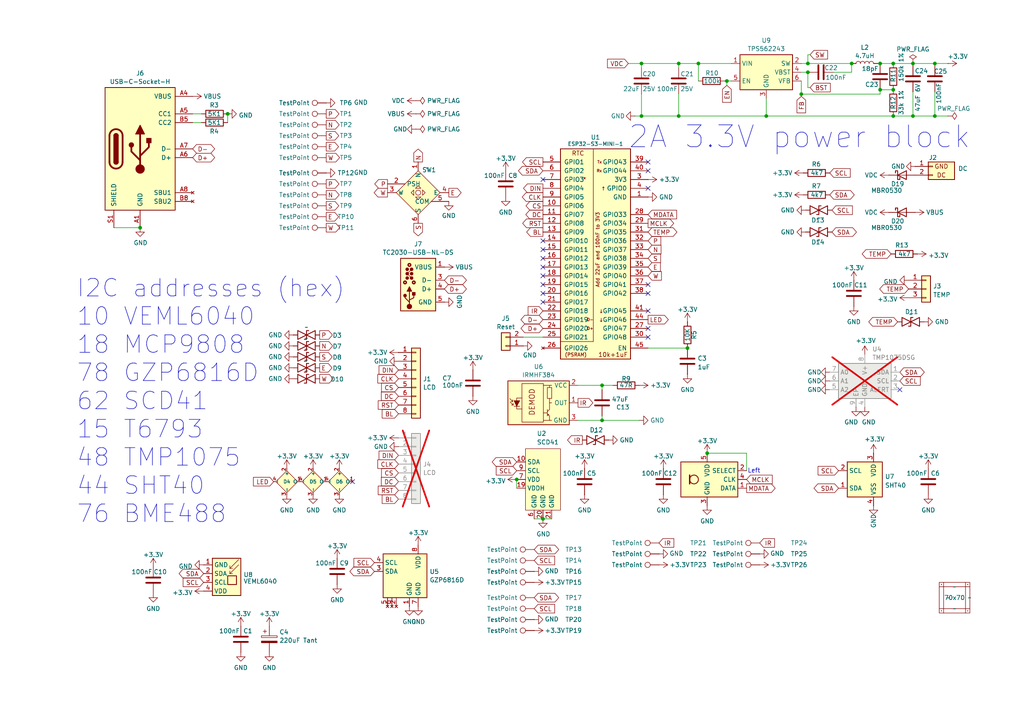
<source format=kicad_sch>
(kicad_sch (version 20250114) (generator "eeschema") (generator_version "9.0")
  (paper "A4")
  (title_block (title "Remote") (company "Adrian Kennard / Andrews & Arnold Ltd") (comment 1 "@TheRealRevK") (comment 2 "www.me.uk"))
  (text "2A 3.3V power block" (at 231.902 39.878 0) (effects (font (size 6.35 6.35))))
  (text "I2C addresses (hex)\n10 VEML6040\n18 MCP9808\n78 GZP6816D\n62 SCD41\n15 T6793\n48 TMP1075\n44 SHT40\n76 BME488" (at 22.098 80.772 0) (effects (font (size 5.08 5.08)) (justify left top)))
  (text "Left" (at 218.694 136.652 0) (effects (font (size 1.27 1.27))))
  (junction (at 271.145 33.655))
  (junction (at 210.82 23.495))
  (junction (at 271.145 18.415))
  (junction (at 196.85 18.415))
  (junction (at 205.105 131.445))
  (junction (at 149.86 139.065))
  (junction (at 234.315 18.415))
  (junction (at 232.41 27.305))
  (junction (at 40.64 66.04))
  (junction (at 247.015 18.415))
  (junction (at 196.85 33.655))
  (junction (at 264.795 33.655))
  (junction (at 259.08 33.655))
  (junction (at 259.08 26.035))
  (junction (at 186.055 18.415))
  (junction (at 234.315 20.955))
  (junction (at 259.08 18.415))
  (junction (at 157.48 150.495))
  (junction (at 222.25 33.655))
  (junction (at 174.625 111.76))
  (junction (at 264.795 18.415))
  (junction (at 186.055 33.655))
  (junction (at 174.625 121.92))
  (junction (at 66.04 33.02))
  (junction (at 202.565 18.415))
  (junction (at 255.27 18.415))
  (junction (at 199.39 100.965))
  (junction (at 255.27 26.035))
  (no_connect (at 187.96 97.79))
  (no_connect (at 187.96 90.17))
  (no_connect (at 157.48 85.09))
  (no_connect (at 157.48 82.55))
  (no_connect (at 157.48 74.93))
  (no_connect (at 157.48 87.63))
  (no_connect (at 187.96 46.99))
  (no_connect (at 187.96 49.53))
  (no_connect (at 157.48 80.01))
  (no_connect (at 187.96 54.61))
  (no_connect (at 157.48 52.07))
  (no_connect (at 260.985 113.03))
  (no_connect (at 187.96 85.09))
  (no_connect (at 157.48 69.85))
  (no_connect (at 187.96 82.55))
  (no_connect (at 102.235 139.7))
  (no_connect (at 187.96 95.25))
  (no_connect (at 157.48 72.39))
  (no_connect (at 157.48 77.47))
  (wire (pts (xy 255.27 18.415) (xy 259.08 18.415)))
  (wire (pts (xy 186.055 18.415) (xy 186.055 19.685)))
  (wire (pts (xy 55.88 33.02) (xy 58.42 33.02)))
  (wire (pts (xy 210.185 23.495) (xy 210.82 23.495)))
  (wire (pts (xy 254.635 18.415) (xy 255.27 18.415)))
  (wire (pts (xy 167.64 111.76) (xy 174.625 111.76)))
  (wire (pts (xy 66.04 33.02) (xy 66.04 35.56)))
  (wire (pts (xy 232.41 23.495) (xy 232.41 27.305)))
  (wire (pts (xy 202.565 18.415) (xy 212.09 18.415)))
  (wire (pts (xy 232.41 27.305) (xy 232.41 27.94)))
  (wire (pts (xy 271.145 19.05) (xy 271.145 18.415)))
  (wire (pts (xy 216.535 136.525) (xy 216.535 131.445)))
  (wire (pts (xy 222.25 33.655) (xy 196.85 33.655)))
  (wire (pts (xy 174.625 111.76) (xy 177.8 111.76)))
  (wire (pts (xy 196.85 18.415) (xy 196.85 19.685)))
  (wire (pts (xy 196.85 33.655) (xy 186.055 33.655)))
  (wire (pts (xy 184.15 33.655) (xy 186.055 33.655)))
  (wire (pts (xy 187.96 100.965) (xy 199.39 100.965)))
  (wire (pts (xy 264.795 33.655) (xy 264.795 26.67)))
  (wire (pts (xy 247.015 20.955) (xy 241.935 20.955)))
  (wire (pts (xy 151.765 97.79) (xy 157.48 97.79)))
  (wire (pts (xy 255.27 26.035) (xy 259.08 26.035)))
  (wire (pts (xy 182.245 18.415) (xy 186.055 18.415)))
  (wire (pts (xy 222.25 33.655) (xy 259.08 33.655)))
  (wire (pts (xy 33.02 66.04) (xy 40.64 66.04)))
  (wire (pts (xy 234.315 18.415) (xy 247.015 18.415)))
  (wire (pts (xy 167.64 121.92) (xy 174.625 121.92)))
  (wire (pts (xy 196.85 27.305) (xy 196.85 33.655)))
  (wire (pts (xy 149.86 139.065) (xy 149.86 141.605)))
  (wire (pts (xy 222.25 33.655) (xy 222.25 28.575)))
  (wire (pts (xy 174.625 121.92) (xy 185.42 121.92)))
  (wire (pts (xy 274.955 33.655) (xy 271.145 33.655)))
  (wire (pts (xy 216.535 131.445) (xy 205.105 131.445)))
  (wire (pts (xy 55.88 35.56) (xy 58.42 35.56)))
  (wire (pts (xy 264.795 18.415) (xy 264.795 19.05)))
  (wire (pts (xy 202.565 18.415) (xy 202.565 23.495)))
  (wire (pts (xy 234.315 20.955) (xy 234.315 25.4)))
  (wire (pts (xy 271.145 26.67) (xy 271.145 33.655)))
  (wire (pts (xy 174.625 120.65) (xy 174.625 121.92)))
  (wire (pts (xy 264.795 18.415) (xy 271.145 18.415)))
  (wire (pts (xy 234.315 25.4) (xy 234.95 25.4)))
  (wire (pts (xy 186.055 18.415) (xy 196.85 18.415)))
  (wire (pts (xy 259.08 18.415) (xy 264.795 18.415)))
  (wire (pts (xy 210.82 23.495) (xy 212.09 23.495)))
  (wire (pts (xy 234.95 15.875) (xy 234.315 15.875)))
  (wire (pts (xy 232.41 27.305) (xy 255.27 27.305)))
  (wire (pts (xy 157.48 150.495) (xy 160.02 150.495)))
  (wire (pts (xy 247.015 18.415) (xy 247.015 20.955)))
  (wire (pts (xy 232.41 20.955) (xy 234.315 20.955)))
  (wire (pts (xy 271.145 33.655) (xy 264.795 33.655)))
  (wire (pts (xy 186.055 33.655) (xy 186.055 27.305)))
  (wire (pts (xy 234.315 15.875) (xy 234.315 18.415)))
  (wire (pts (xy 232.41 18.415) (xy 234.315 18.415)))
  (wire (pts (xy 210.82 24.765) (xy 210.82 23.495)))
  (wire (pts (xy 255.27 27.305) (xy 255.27 26.035)))
  (wire (pts (xy 259.08 33.655) (xy 264.795 33.655)))
  (wire (pts (xy 196.85 18.415) (xy 202.565 18.415)))
  (wire (pts (xy 174.625 111.76) (xy 174.625 113.03)))
  (wire (pts (xy 271.145 18.415) (xy 274.955 18.415)))
  (wire (pts (xy 154.94 150.495) (xy 157.48 150.495)))
  (global_label "S" (shape output) (at 92.71 103.505 0) (property "Intersheetrefs" "${INTERSHEET_REFS}" (effects (hide yes))))
  (global_label "P" (shape output) (at 112.395 53.34 180) (property "Intersheetrefs" "${INTERSHEET_REFS}" (effects (hide yes))))
  (global_label "SCL" (shape input) (at 154.94 176.53 0) (property "Intersheetrefs" "${INTERSHEET_REFS}" (effects (hide yes))))
  (global_label "TEMP" (shape bidirectional) (at 263.525 83.82 180) (property "Intersheetrefs" "${INTERSHEET_REFS}" (effects (hide yes))))
  (global_label "RST" (shape output) (at 157.48 64.77 180) (property "Intersheetrefs" "${INTERSHEET_REFS}" (effects (hide yes))))
  (global_label "FB" (shape input) (at 232.41 27.94 270) (property "Intersheetrefs" "${INTERSHEET_REFS}" (effects (hide yes))))
  (global_label "SCL" (shape output) (at 157.48 46.99 180) (property "Intersheetrefs" "${INTERSHEET_REFS}" (effects (hide yes))))
  (global_label "SCL" (shape input) (at 108.585 163.195 180) (property "Intersheetrefs" "${INTERSHEET_REFS}" (effects (hide yes))))
  (global_label "E" (shape output) (at 92.71 106.68 0) (property "Intersheetrefs" "${INTERSHEET_REFS}" (effects (hide yes))))
  (global_label "BL" (shape output) (at 157.48 67.31 180) (property "Intersheetrefs" "${INTERSHEET_REFS}" (effects (hide yes))))
  (global_label "MCLK" (shape input) (at 216.535 139.065 0) (property "Intersheetrefs" "${INTERSHEET_REFS}" (effects (hide yes))))
  (global_label "BL" (shape input) (at 115.57 120.015 180) (property "Intersheetrefs" "${INTERSHEET_REFS}" (effects (hide yes))))
  (global_label "TEMP" (shape bidirectional) (at 187.96 67.31 0) (property "Intersheetrefs" "${INTERSHEET_REFS}" (effects (hide yes))))
  (global_label "DIN" (shape output) (at 157.48 54.61 180) (property "Intersheetrefs" "${INTERSHEET_REFS}" (effects (hide yes))))
  (global_label "MCLK" (shape output) (at 187.96 64.77 0) (property "Intersheetrefs" "${INTERSHEET_REFS}" (effects (hide yes))))
  (global_label "CS" (shape input) (at 115.57 112.395 180) (property "Intersheetrefs" "${INTERSHEET_REFS}" (effects (hide yes))))
  (global_label "LED" (shape output) (at 187.96 92.71 0) (property "Intersheetrefs" "${INTERSHEET_REFS}" (effects (hide yes))))
  (global_label "D-" (shape bidirectional) (at 55.88 43.18 0) (property "Intersheetrefs" "${INTERSHEET_REFS}" (effects (hide yes))))
  (global_label "E" (shape input) (at 187.96 77.47 0) (property "Intersheetrefs" "${INTERSHEET_REFS}" (effects (hide yes))))
  (global_label "E" (shape output) (at 130.175 55.88 0) (property "Intersheetrefs" "${INTERSHEET_REFS}" (effects (hide yes))))
  (global_label "S" (shape output) (at 94.615 59.69 0) (property "Intersheetrefs" "${INTERSHEET_REFS}" (effects (hide yes))))
  (global_label "D+" (shape bidirectional) (at 157.48 95.25 180) (property "Intersheetrefs" "${INTERSHEET_REFS}" (effects (hide yes))))
  (global_label "D+" (shape bidirectional) (at 128.905 83.82 0) (property "Intersheetrefs" "${INTERSHEET_REFS}" (effects (hide yes))))
  (global_label "IR" (shape output) (at 168.91 127.635 180) (property "Intersheetrefs" "${INTERSHEET_REFS}" (effects (hide yes))))
  (global_label "IR" (shape input) (at 191.135 157.48 0) (property "Intersheetrefs" "${INTERSHEET_REFS}" (effects (hide yes))))
  (global_label "E" (shape output) (at 94.615 62.865 0) (property "Intersheetrefs" "${INTERSHEET_REFS}" (effects (hide yes))))
  (global_label "IR" (shape input) (at 220.345 157.48 0) (property "Intersheetrefs" "${INTERSHEET_REFS}" (effects (hide yes))))
  (global_label "S" (shape input) (at 187.96 74.93 0) (property "Intersheetrefs" "${INTERSHEET_REFS}" (effects (hide yes))))
  (global_label "N" (shape output) (at 94.615 56.515 0) (property "Intersheetrefs" "${INTERSHEET_REFS}" (effects (hide yes))))
  (global_label "P" (shape output) (at 94.615 33.02 0) (property "Intersheetrefs" "${INTERSHEET_REFS}" (effects (hide yes))))
  (global_label "W" (shape output) (at 92.71 109.855 0) (property "Intersheetrefs" "${INTERSHEET_REFS}" (effects (hide yes))))
  (global_label "S" (shape output) (at 94.615 39.37 0) (property "Intersheetrefs" "${INTERSHEET_REFS}" (effects (hide yes))))
  (global_label "DC" (shape output) (at 157.48 62.23 180) (property "Intersheetrefs" "${INTERSHEET_REFS}" (effects (hide yes))))
  (global_label "CS" (shape input) (at 115.57 137.16 180) (property "Intersheetrefs" "${INTERSHEET_REFS}" (effects (hide yes))))
  (global_label "SDA" (shape bidirectional) (at 59.055 166.37 180) (property "Intersheetrefs" "${INTERSHEET_REFS}" (effects (hide yes))))
  (global_label "SDA" (shape bidirectional) (at 240.665 56.515 0) (property "Intersheetrefs" "${INTERSHEET_REFS}" (effects (hide yes))))
  (global_label "N" (shape output) (at 121.285 46.99 90) (property "Intersheetrefs" "${INTERSHEET_REFS}" (effects (hide yes))))
  (global_label "LED" (shape input) (at 79.375 139.7 180) (property "Intersheetrefs" "${INTERSHEET_REFS}" (effects (hide yes))))
  (global_label "IR" (shape input) (at 157.48 90.17 180) (property "Intersheetrefs" "${INTERSHEET_REFS}" (effects (hide yes))))
  (global_label "SCL" (shape input) (at 260.985 110.49 0) (property "Intersheetrefs" "${INTERSHEET_REFS}" (effects (hide yes))))
  (global_label "DIN" (shape input) (at 115.57 107.315 180) (property "Intersheetrefs" "${INTERSHEET_REFS}" (effects (hide yes))))
  (global_label "P" (shape input) (at 187.96 69.85 0) (property "Intersheetrefs" "${INTERSHEET_REFS}" (effects (hide yes))))
  (global_label "W" (shape output) (at 112.395 55.88 180) (property "Intersheetrefs" "${INTERSHEET_REFS}" (effects (hide yes))))
  (global_label "SDA" (shape bidirectional) (at 260.985 107.95 0) (property "Intersheetrefs" "${INTERSHEET_REFS}" (effects (hide yes))))
  (global_label "SCL" (shape input) (at 240.665 50.165 0) (property "Intersheetrefs" "${INTERSHEET_REFS}" (effects (hide yes))))
  (global_label "MDATA" (shape input) (at 187.96 62.23 0) (property "Intersheetrefs" "${INTERSHEET_REFS}" (effects (hide yes))))
  (global_label "DC" (shape input) (at 115.57 114.935 180) (property "Intersheetrefs" "${INTERSHEET_REFS}" (effects (hide yes))))
  (global_label "S" (shape output) (at 121.285 64.77 270) (property "Intersheetrefs" "${INTERSHEET_REFS}" (effects (hide yes))))
  (global_label "E" (shape output) (at 94.615 42.545 0) (property "Intersheetrefs" "${INTERSHEET_REFS}" (effects (hide yes))))
  (global_label "RST" (shape input) (at 115.57 142.24 180) (property "Intersheetrefs" "${INTERSHEET_REFS}" (effects (hide yes))))
  (global_label "SCL" (shape input) (at 149.86 136.525 180) (property "Intersheetrefs" "${INTERSHEET_REFS}" (effects (hide yes))))
  (global_label "SCL" (shape input) (at 59.055 168.91 180) (property "Intersheetrefs" "${INTERSHEET_REFS}" (effects (hide yes))))
  (global_label "VDC" (shape input) (at 182.245 18.415 180) (property "Intersheetrefs" "${INTERSHEET_REFS}" (effects (hide yes))))
  (global_label "CLK" (shape input) (at 115.57 134.62 180) (property "Intersheetrefs" "${INTERSHEET_REFS}" (effects (hide yes))))
  (global_label "W" (shape input) (at 187.96 80.01 0) (property "Intersheetrefs" "${INTERSHEET_REFS}" (effects (hide yes))))
  (global_label "TEMP" (shape bidirectional) (at 260.35 93.345 180) (property "Intersheetrefs" "${INTERSHEET_REFS}" (effects (hide yes))))
  (global_label "EN" (shape input) (at 210.82 24.765 270) (property "Intersheetrefs" "${INTERSHEET_REFS}" (effects (hide yes))))
  (global_label "RST" (shape input) (at 115.57 117.475 180) (property "Intersheetrefs" "${INTERSHEET_REFS}" (effects (hide yes))))
  (global_label "DC" (shape input) (at 115.57 139.7 180) (property "Intersheetrefs" "${INTERSHEET_REFS}" (effects (hide yes))))
  (global_label "SCL" (shape input) (at 243.205 136.525 180) (property "Intersheetrefs" "${INTERSHEET_REFS}" (effects (hide yes))))
  (global_label "SDA" (shape bidirectional) (at 154.94 159.385 0) (property "Intersheetrefs" "${INTERSHEET_REFS}" (effects (hide yes))))
  (global_label "N" (shape output) (at 92.71 100.33 0) (property "Intersheetrefs" "${INTERSHEET_REFS}" (effects (hide yes))))
  (global_label "P" (shape output) (at 94.615 53.34 0) (property "Intersheetrefs" "${INTERSHEET_REFS}" (effects (hide yes))))
  (global_label "SDA" (shape bidirectional) (at 108.585 165.735 180) (property "Intersheetrefs" "${INTERSHEET_REFS}" (effects (hide yes))))
  (global_label "SCL" (shape input) (at 154.94 162.56 0) (property "Intersheetrefs" "${INTERSHEET_REFS}" (effects (hide yes))))
  (global_label "N" (shape input) (at 187.96 72.39 0) (property "Intersheetrefs" "${INTERSHEET_REFS}" (effects (hide yes))))
  (global_label "SDA" (shape bidirectional) (at 243.205 141.605 180) (property "Intersheetrefs" "${INTERSHEET_REFS}" (effects (hide yes))))
  (global_label "SW" (shape input) (at 234.95 15.875 0) (property "Intersheetrefs" "${INTERSHEET_REFS}" (effects (hide yes))))
  (global_label "D-" (shape bidirectional) (at 128.905 81.28 0) (property "Intersheetrefs" "${INTERSHEET_REFS}" (effects (hide yes))))
  (global_label "D-" (shape bidirectional) (at 157.48 92.71 180) (property "Intersheetrefs" "${INTERSHEET_REFS}" (effects (hide yes))))
  (global_label "IR" (shape output) (at 167.64 116.84 0) (property "Intersheetrefs" "${INTERSHEET_REFS}" (effects (hide yes))))
  (global_label "TEMP" (shape bidirectional) (at 258.445 73.66 180) (property "Intersheetrefs" "${INTERSHEET_REFS}" (effects (hide yes))))
  (global_label "BST" (shape input) (at 234.95 25.4 0) (property "Intersheetrefs" "${INTERSHEET_REFS}" (effects (hide yes))))
  (global_label "W" (shape output) (at 94.615 45.72 0) (property "Intersheetrefs" "${INTERSHEET_REFS}" (effects (hide yes))))
  (global_label "MDATA" (shape output) (at 216.535 141.605 0) (property "Intersheetrefs" "${INTERSHEET_REFS}" (effects (hide yes))))
  (global_label "SDA" (shape bidirectional) (at 154.94 173.355 0) (property "Intersheetrefs" "${INTERSHEET_REFS}" (effects (hide yes))))
  (global_label "CS" (shape output) (at 157.48 59.69 180) (property "Intersheetrefs" "${INTERSHEET_REFS}" (effects (hide yes))))
  (global_label "BL" (shape input) (at 115.57 144.78 180) (property "Intersheetrefs" "${INTERSHEET_REFS}" (effects (hide yes))))
  (global_label "SDA" (shape bidirectional) (at 157.48 49.53 180) (property "Intersheetrefs" "${INTERSHEET_REFS}" (effects (hide yes))))
  (global_label "DIN" (shape input) (at 115.57 132.08 180) (property "Intersheetrefs" "${INTERSHEET_REFS}" (effects (hide yes))))
  (global_label "CLK" (shape output) (at 157.48 57.15 180) (property "Intersheetrefs" "${INTERSHEET_REFS}" (effects (hide yes))))
  (global_label "SDA" (shape bidirectional) (at 241.3 67.31 0) (property "Intersheetrefs" "${INTERSHEET_REFS}" (effects (hide yes))))
  (global_label "N" (shape output) (at 94.615 36.195 0) (property "Intersheetrefs" "${INTERSHEET_REFS}" (effects (hide yes))))
  (global_label "P" (shape output) (at 92.71 97.155 0) (property "Intersheetrefs" "${INTERSHEET_REFS}" (effects (hide yes))))
  (global_label "W" (shape output) (at 94.615 66.04 0) (property "Intersheetrefs" "${INTERSHEET_REFS}" (effects (hide yes))))
  (global_label "SDA" (shape bidirectional) (at 149.86 133.985 180) (property "Intersheetrefs" "${INTERSHEET_REFS}" (effects (hide yes))))
  (global_label "D+" (shape bidirectional) (at 55.88 45.72 0) (property "Intersheetrefs" "${INTERSHEET_REFS}" (effects (hide yes))))
  (global_label "SCL" (shape input) (at 241.3 60.96 0) (property "Intersheetrefs" "${INTERSHEET_REFS}" (effects (hide yes))))
  (global_label "CLK" (shape input) (at 115.57 109.855 180) (property "Intersheetrefs" "${INTERSHEET_REFS}" (effects (hide yes))))
  (symbol (lib_id "power:GND") (at 40.64 66.04 0) (unit 1)
    (property "Reference" "#PWR03" (effects (hide yes)))
    (property "Value" "GND" (at 40.767 70.4342 0))
    (property "Description" "Power symbol creates a global label with name \"GND\" , ground" (effects (hide yes)))
  )
  (symbol (lib_id "power:GND") (at 157.48 150.495 0) (unit 1)
    (property "Reference" "#PWR07" (effects (hide yes)))
    (property "Value" "GND" (at 157.607 154.8892 0))
    (property "Description" "Power symbol creates a global label with name \"GND\" , ground" (effects (hide yes)))
  )
  (symbol (lib_id "Device:R") (at 62.23 35.56 90) (unit 1)
    (property "Reference" "R4" (at 63.5 38.1 90) (effects (justify left)))
    (property "Value" "5K1" (at 64.135 35.56 90) (effects (justify left)))
    (property "Footprint" "RevK:R_0201" (effects (hide yes)))
    (property "Description" "Resistor" (effects (hide yes)))
  )
  (symbol (lib_id "Device:R") (at 62.23 33.02 90) (unit 1)
    (property "Reference" "R3" (at 63.5 30.48 90) (effects (justify left)))
    (property "Value" "5K1" (at 64.135 33.02 90) (effects (justify left)))
    (property "Footprint" "RevK:R_0201" (effects (hide yes)))
    (property "Description" "Resistor" (effects (hide yes)))
  )
  (symbol (lib_id "power:+3.3V") (at 83.185 135.89 0) (unit 1)
    (property "Reference" "#PWR018" (effects (hide yes)))
    (property "Value" "+3.3V" (at 83.185 132.3142 0))
    (property "Description" "Power symbol creates a global label with name \"+3.3V\"" (effects (hide yes)))
  )
  (symbol (lib_id "power:+3.3V") (at 78.105 181.61 0) (unit 1)
    (property "Reference" "#PWR025" (effects (hide yes)))
    (property "Value" "+3.3V" (at 78.105 178.0342 0))
    (property "Description" "Power symbol creates a global label with name \"+3.3V\"" (effects (hide yes)))
  )
  (symbol (lib_id "RevK:PowerIn") (at 270.51 48.26 0) (unit 1)
    (property "Reference" "J2" (at 271.78 45.72 0) (effects (justify right)))
    (property "Value" "DC" (at 280.67 48.895 0) (effects (justify right)))
    (property "Footprint" "RevK:WAGO-2060-452-998-404" (effects (hide yes)))
    (property "MPN" "C2765055" (effects (hide yes)))
  )
  (symbol (lib_id "Connector:TestPoint") (at 154.94 162.56 90) (unit 1) (in_bom no)
    (property "Reference" "TP14" (at 166.37 162.56 90))
    (property "Value" "TestPoint" (at 145.669 162.56 90))
    (property "Footprint" "RevK:TestPad" (effects (hide yes)))
    (property "Description" "test point" (effects (hide yes)))
  )
  (symbol (lib_id "power:+3.3V") (at 59.055 171.45 90) (unit 1)
    (property "Reference" "#PWR0104" (effects (hide yes)))
    (property "Value" "+3.3V" (at 55.88 171.8838 90) (effects (justify left)))
    (property "Description" "Power symbol creates a global label with name \"+3.3V\"" (effects (hide yes)))
  )
  (symbol (lib_id "power:+3.3V") (at 253.365 131.445 0) (unit 1)
    (property "Reference" "#PWR0121" (effects (hide yes)))
    (property "Value" "+3.3V" (at 250.698 127.381 0) (effects (justify left)))
    (property "Description" "Power symbol creates a global label with name \"+3.3V\"" (effects (hide yes)))
  )
  (symbol (lib_id "power:+3.3V") (at 98.425 135.89 0) (unit 1)
    (property "Reference" "#PWR033" (effects (hide yes)))
    (property "Value" "+3.3V" (at 98.425 132.3142 0))
    (property "Description" "Power symbol creates a global label with name \"+3.3V\"" (effects (hide yes)))
  )
  (symbol (lib_id "RevK:VCUT") (at 273.685 173.355 90) (unit 1) (exclude_from_sim yes) (in_bom no)
    (property "Reference" "V3" (effects (hide yes)))
    (property "Value" "~" (at 274.32 173.355 90) (effects (justify right)))
    (property "Footprint" "RevK:VCUT70" (effects (hide yes)))
  )
  (symbol (lib_id "power:+3.3V") (at 233.045 56.515 90) (unit 1)
    (property "Reference" "#PWR037" (effects (hide yes)))
    (property "Value" "+3.3V" (at 229.87 56.515 90) (effects (justify left)))
    (property "Description" "Power symbol creates a global label with name \"+3.3V\"" (effects (hide yes)))
  )
  (symbol (lib_id "power:GND") (at 248.285 118.11 0) (unit 1)
    (property "Reference" "#PWR0119" (effects (hide yes)))
    (property "Value" "GND" (at 246.888 122.428 0))
    (property "Description" "Power symbol creates a global label with name \"GND\" , ground" (effects (hide yes)))
  )
  (symbol (lib_id "power:PWR_FLAG") (at 120.65 37.465 270) (unit 1)
    (property "Reference" "#FLG02" (effects (hide yes)))
    (property "Value" "PWR_FLAG" (at 123.825 37.465 90) (effects (justify left)))
    (property "Description" "Special symbol for telling ERC where power comes from" (effects (hide yes)))
  )
  (symbol (lib_id "RevK:ES05D1MC10") (at 88.9 109.855 0) (unit 1)
    (property "Reference" "D10" (at 97.79 109.982 0))
    (property "Value" "~" (at 88.9 107.6079 0))
    (property "Footprint" "RevK:DFN1006-2L" (effects (hide yes)))
    (property "MPN" "C5137770" (effects (hide yes)))
  )
  (symbol (lib_id "Diode:1N5819") (at 261.62 50.8 0) (unit 1)
    (property "Reference" "D19" (at 260.35 53.34 0))
    (property "Value" "MBR0530" (at 257.175 55.245 0))
    (property "Footprint" "RevK:D_SOD-123" (effects (hide yes)))
    (property "MPN" "C5204746" (effects (hide yes)))
  )
  (symbol (lib_id "Connector:TestPoint") (at 220.345 163.83 90) (unit 1) (in_bom no)
    (property "Reference" "TP26" (at 231.775 163.83 90))
    (property "Value" "TestPoint" (at 211.074 163.83 90))
    (property "Footprint" "RevK:TestPad" (effects (hide yes)))
    (property "Description" "test point" (effects (hide yes)))
  )
  (symbol (lib_id "power:VDC") (at 257.81 50.8 90) (unit 1)
    (property "Reference" "#PWR04" (effects (hide yes)))
    (property "Value" "VDC" (at 254.635 50.8 90) (effects (justify left)))
    (property "Description" "Power symbol creates a global label with name \"VDC\"" (effects (hide yes)))
  )
  (symbol (lib_id "Device:R") (at 236.855 50.165 90) (unit 1)
    (property "Reference" "R6" (at 238.125 47.625 90) (effects (justify left)))
    (property "Value" "4k7" (at 238.76 50.165 90) (effects (justify left)))
    (property "Footprint" "RevK:R_0201" (effects (hide yes)))
    (property "Description" "Resistor" (effects (hide yes)))
  )
  (symbol (lib_id "power:GND") (at 253.365 146.685 0) (unit 1)
    (property "Reference" "#PWR0120" (effects (hide yes)))
    (property "Value" "GND" (at 253.365 151.1284 90))
    (property "Description" "Power symbol creates a global label with name \"GND\" , ground" (effects (hide yes)))
  )
  (symbol (lib_id "power:GND") (at 263.525 81.28 270) (unit 1)
    (property "Reference" "#PWR022" (effects (hide yes)))
    (property "Value" "GND" (at 260.3501 81.7138 90) (effects (justify right)))
    (property "Description" "Power symbol creates a global label with name \"GND\" , ground" (effects (hide yes)))
  )
  (symbol (lib_id "power:+3.3V") (at 247.65 81.28 0) (unit 1)
    (property "Reference" "#PWR048" (effects (hide yes)))
    (property "Value" "+3.3V" (at 247.65 77.7042 0))
    (property "Description" "Power symbol creates a global label with name \"+3.3V\"" (effects (hide yes)))
  )
  (symbol (lib_id "Device:C") (at 146.685 53.34 180) (unit 1)
    (property "Reference" "C8" (at 148.717 50.927 0))
    (property "Value" "100nF" (at 143.383 50.927 0))
    (property "Footprint" "RevK:C_0201" (effects (hide yes)))
    (property "Description" "Unpolarized capacitor" (effects (hide yes)))
    (property "MPN" "C76934" (effects (hide yes)))
  )
  (symbol (lib_id "power:+3.3V") (at 146.685 49.53 0) (unit 1)
    (property "Reference" "#PWR055" (effects (hide yes)))
    (property "Value" "+3.3V" (at 146.685 45.9542 0))
    (property "Description" "Power symbol creates a global label with name \"+3.3V\"" (effects (hide yes)))
  )
  (symbol (lib_id "power:VDC") (at 120.65 29.21 90) (unit 1)
    (property "Reference" "#PWR041" (effects (hide yes)))
    (property "Value" "VDC" (at 117.475 29.21 90) (effects (justify left)))
    (property "Description" "Power symbol creates a global label with name \"VDC\"" (effects (hide yes)))
  )
  (symbol (lib_id "power:GND") (at 233.68 67.31 270) (unit 1)
    (property "Reference" "#PWR083" (effects (hide yes)))
    (property "Value" "GND" (at 230.505 67.31 90) (effects (justify right)))
    (property "Description" "Power symbol creates a global label with name \"GND\" , ground" (effects (hide yes)))
  )
  (symbol (lib_id "Sensor_Temperature:TMP1075DSG") (at 250.825 110.49 0) (unit 1) (in_bom no) (on_board no) (dnp yes)
    (property "Reference" "U4" (at 252.9683 101.2655 0) (effects (justify left)))
    (property "Value" "TMP1075DSG" (at 252.9683 103.6898 0) (effects (justify left)))
    (property "Footprint" "RevK:WSON-8-1EP_2x2mm_P0.5mm_EP0.9x1.6mm_ThermalVias-Side" (effects (hide yes)))
    (property "Datasheet" "https://www.ti.com/lit/gpn/tmp1075" (effects (hide yes)))
    (property "Description" "I2C-bus digital temperature sensor and thermal watchdog, WSON-8" (effects (hide yes)))
    (property "MPN" "C2870250" (effects (hide yes)))
  )
  (symbol (lib_id "RevK:ES05D1MC10") (at 237.49 60.96 180) (unit 1)
    (property "Reference" "D13" (at 237.236 63.881 0))
    (property "Value" "~" (at 237.49 63.2071 0))
    (property "Footprint" "RevK:DFN1006-2L" (effects (hide yes)))
    (property "MPN" "C5137770" (effects (hide yes)))
  )
  (symbol (lib_id "power:GND") (at 247.65 88.9 0) (unit 1)
    (property "Reference" "#PWR049" (effects (hide yes)))
    (property "Value" "GND" (at 247.65 93.3434 0))
    (property "Description" "Power symbol creates a global label with name \"GND\" , ground" (effects (hide yes)))
  )
  (symbol (lib_id "power:+3.3V") (at 233.045 50.165 90) (unit 1)
    (property "Reference" "#PWR036" (effects (hide yes)))
    (property "Value" "+3.3V" (at 229.87 50.165 90) (effects (justify left)))
    (property "Description" "Power symbol creates a global label with name \"+3.3V\"" (effects (hide yes)))
  )
  (symbol (lib_id "power:GND") (at 240.665 110.49 270) (unit 1)
    (property "Reference" "#PWR0115" (effects (hide yes)))
    (property "Value" "GND" (at 236.2216 110.49 90))
    (property "Description" "Power symbol creates a global label with name \"GND\" , ground" (effects (hide yes)))
  )
  (symbol (lib_id "RevK:ES05D1MC10") (at 237.49 67.31 180) (unit 1)
    (property "Reference" "D14" (at 237.236 70.231 0))
    (property "Value" "~" (at 237.49 69.5571 0))
    (property "Footprint" "RevK:DFN1006-2L" (effects (hide yes)))
    (property "MPN" "C5137770" (effects (hide yes)))
  )
  (symbol (lib_id "RevK:WS2812B-1mm") (at 83.185 139.7 0) (mirror x) (unit 1)
    (property "Reference" "D4" (at 83.185 139.7 0) (effects (font (size 1 1))))
    (property "Value" "XL-1010RGBC-WS2812B" (effects (hide yes)))
    (property "Footprint" "RevK:SMD1010-Side2" (effects (hide yes)))
    (property "Datasheet" "https://datasheet.lcsc.com/lcsc/2301111010_XINGLIGHT-XL-1010RGBC-WS2812B_C5349953.pdf" (effects (hide yes)))
    (property "Description" "RGB LED with integrated controller" (effects (hide yes)))
    (property "MPN" "C5349953" (effects (hide yes)))
  )
  (symbol (lib_id "power:+3.3V") (at 149.86 139.065 90) (unit 1)
    (property "Reference" "#PWR05" (effects (hide yes)))
    (property "Value" "+3.3V" (at 146.685 139.4988 90) (effects (justify left)))
    (property "Description" "Power symbol creates a global label with name \"+3.3V\"" (effects (hide yes)))
  )
  (symbol (lib_id "Device:C") (at 97.79 165.735 180) (unit 1)
    (property "Reference" "C9" (at 99.822 163.322 0))
    (property "Value" "100nF" (at 94.488 163.322 0))
    (property "Footprint" "RevK:C_0201" (effects (hide yes)))
    (property "Description" "Unpolarized capacitor" (effects (hide yes)))
    (property "MPN" "C76934" (effects (hide yes)))
  )
  (symbol (lib_id "power:+3.3V") (at 137.16 107.315 0) (unit 1)
    (property "Reference" "#PWR044" (effects (hide yes)))
    (property "Value" "+3.3V" (at 137.16 103.7392 0))
    (property "Description" "Power symbol creates a global label with name \"+3.3V\"" (effects (hide yes)))
  )
  (symbol (lib_id "power:GND") (at 169.545 143.51 0) (unit 1)
    (property "Reference" "#PWR012" (effects (hide yes)))
    (property "Value" "GND" (at 169.545 147.9534 0))
    (property "Description" "Power symbol creates a global label with name \"GND\" , ground" (effects (hide yes)))
  )
  (symbol (lib_id "power:GND") (at 233.68 60.96 270) (unit 1)
    (property "Reference" "#PWR082" (effects (hide yes)))
    (property "Value" "GND" (at 230.505 60.96 90) (effects (justify right)))
    (property "Description" "Power symbol creates a global label with name \"GND\" , ground" (effects (hide yes)))
  )
  (symbol (lib_id "Connector_Generic:Conn_01x03") (at 268.605 83.82 0) (unit 1)
    (property "Reference" "J3" (at 270.637 82.9853 0) (effects (justify left)))
    (property "Value" "TEMP" (at 270.637 85.5222 0) (effects (justify left)))
    (property "Footprint" "RevK:WAGO-2060-453-998-404" (effects (hide yes)))
    (property "Description" "Generic connector, single row, 01x03, script generated (kicad-library-utils/schlib/autogen/connector/)" (effects (hide yes)))
    (property "MPN" "C2765056" (effects (hide yes)))
  )
  (symbol (lib_id "Device:L") (at 250.825 18.415 90) (unit 1)
    (property "Reference" "L2" (at 250.825 13.7652 90))
    (property "Value" "4.7uH" (at 250.825 16.1895 90))
    (property "Footprint" "RevK:L_5x5" (effects (hide yes)))
    (property "Description" "Inductor" (effects (hide yes)))
    (property "MPN" "C307876" (effects (hide yes)))
  )
  (symbol (lib_id "power:+3.3V") (at 97.79 161.925 0) (unit 1)
    (property "Reference" "#PWR02" (effects (hide yes)))
    (property "Value" "+3.3V" (at 97.79 158.3492 0))
    (property "Description" "Power symbol creates a global label with name \"+3.3V\"" (effects (hide yes)))
  )
  (symbol (lib_id "power:GND") (at 115.57 129.54 270) (unit 1)
    (property "Reference" "#PWR011" (effects (hide yes)))
    (property "Value" "GND" (at 110.49 129.54 90))
    (property "Description" "Power symbol creates a global label with name \"GND\" , ground" (effects (hide yes)))
  )
  (symbol (lib_id "Connector:TestPoint") (at 94.615 53.34 90) (unit 1) (in_bom no)
    (property "Reference" "TP7" (at 100.33 53.34 90))
    (property "Value" "TestPoint" (at 85.344 53.34 90))
    (property "Footprint" "RevK:TestPad" (effects (hide yes)))
    (property "Description" "test point" (effects (hide yes)))
  )
  (symbol (lib_id "RevK:VCUT") (at 276.86 176.53 0) (unit 1) (exclude_from_sim yes) (in_bom no)
    (property "Reference" "V2" (effects (hide yes)))
    (property "Value" "~" (at 276.86 176.53 0))
    (property "Footprint" "RevK:VCUT70" (effects (hide yes)))
  )
  (symbol (lib_id "power:GND") (at 115.57 104.775 270) (unit 1)
    (property "Reference" "#PWR030" (effects (hide yes)))
    (property "Value" "GND" (at 110.49 104.775 90))
    (property "Description" "Power symbol creates a global label with name \"GND\" , ground" (effects (hide yes)))
  )
  (symbol (lib_id "Device:R") (at 262.255 73.66 90) (unit 1)
    (property "Reference" "R13" (at 263.525 71.12 90) (effects (justify left)))
    (property "Value" "4k7" (at 264.16 73.66 90) (effects (justify left)))
    (property "Footprint" "RevK:R_0201" (effects (hide yes)))
    (property "Description" "Resistor" (effects (hide yes)))
  )
  (symbol (lib_id "Device:C") (at 264.795 22.86 0) (unit 1)
    (property "Reference" "C24" (at 265.303 20.574 0) (effects (justify left)))
    (property "Value" "47uF 6V" (at 266.192 32.385 90) (effects (justify left)))
    (property "Footprint" "RevK:C_0805" (effects (hide yes)))
    (property "Description" "Unpolarized capacitor" (effects (hide yes)))
    (property "MPN" "C16780" (effects (hide yes)))
  )
  (symbol (lib_id "RevK:WS2812B-1mm") (at 98.425 139.7 0) (mirror x) (unit 1)
    (property "Reference" "D6" (at 98.425 139.7 0) (effects (font (size 1 1))))
    (property "Value" "XL-1010RGBC-WS2812B" (effects (hide yes)))
    (property "Footprint" "RevK:SMD1010-Side2" (effects (hide yes)))
    (property "Datasheet" "https://datasheet.lcsc.com/lcsc/2301111010_XINGLIGHT-XL-1010RGBC-WS2812B_C5349953.pdf" (effects (hide yes)))
    (property "Description" "RGB LED with integrated controller" (effects (hide yes)))
    (property "MPN" "C5349953" (effects (hide yes)))
  )
  (symbol (lib_id "Device:C") (at 199.39 104.775 0) (unit 1)
    (property "Reference" "C3" (at 202.311 103.9403 0) (effects (justify left)))
    (property "Value" "1uF" (at 202.311 106.4772 0) (effects (justify left)))
    (property "Footprint" "RevK:C_0201" (effects (hide yes)))
    (property "Description" "Unpolarized capacitor" (effects (hide yes)))
  )
  (symbol (lib_id "power:GND") (at 187.96 57.15 90) (unit 1)
    (property "Reference" "#PWR015" (effects (hide yes)))
    (property "Value" "GND" (at 191.135 57.15 90) (effects (justify right)))
    (property "Description" "Power symbol creates a global label with name \"GND\" , ground" (effects (hide yes)))
  )
  (symbol (lib_id "power:+3.3V") (at 192.405 135.89 0) (unit 1)
    (property "Reference" "#PWR013" (effects (hide yes)))
    (property "Value" "+3.3V" (at 192.405 132.3142 0))
    (property "Description" "Power symbol creates a global label with name \"+3.3V\"" (effects (hide yes)))
  )
  (symbol (lib_id "power:GND") (at 98.425 143.51 0) (unit 1)
    (property "Reference" "#PWR057" (effects (hide yes)))
    (property "Value" "GND" (at 98.425 147.9534 0))
    (property "Description" "Power symbol creates a global label with name \"GND\" , ground" (effects (hide yes)))
  )
  (symbol (lib_id "power:+3.3V") (at 154.94 168.91 270) (unit 1)
    (property "Reference" "#PWR065" (effects (hide yes)))
    (property "Value" "+3.3V" (at 157.988 168.91 90) (effects (justify left)))
    (property "Description" "Power symbol creates a global label with name \"+3.3V\"" (effects (hide yes)))
  )
  (symbol (lib_id "power:GND") (at 146.685 57.15 0) (unit 1)
    (property "Reference" "#PWR056" (effects (hide yes)))
    (property "Value" "GND" (at 146.685 61.5934 0))
    (property "Description" "Power symbol creates a global label with name \"GND\" , ground" (effects (hide yes)))
  )
  (symbol (lib_id "power:GND") (at 151.765 100.33 90) (unit 1)
    (property "Reference" "#PWR020" (effects (hide yes)))
    (property "Value" "GND" (at 151.638 102.997 90) (effects (justify right)))
    (property "Description" "Power symbol creates a global label with name \"GND\" , ground" (effects (hide yes)))
  )
  (symbol (lib_id "power:VBUS") (at 120.65 33.02 90) (unit 1)
    (property "Reference" "#PWR040" (effects (hide yes)))
    (property "Value" "VBUS" (at 117.475 33.02 90) (effects (justify left)))
    (property "Description" "Power symbol creates a global label with name \"VBUS\"" (effects (hide yes)))
  )
  (symbol (lib_id "Connector:TestPoint") (at 94.615 50.165 90) (unit 1) (in_bom no)
    (property "Reference" "TP12" (at 100.33 50.165 90))
    (property "Value" "TestPoint" (at 85.344 50.165 90))
    (property "Footprint" "RevK:TestPadSquare" (effects (hide yes)))
    (property "Description" "test point" (effects (hide yes)))
  )
  (symbol (lib_id "power:+3.3V") (at 263.525 86.36 90) (unit 1)
    (property "Reference" "#PWR023" (effects (hide yes)))
    (property "Value" "+3.3V" (at 260.35 86.7938 90) (effects (justify left)))
    (property "Description" "Power symbol creates a global label with name \"+3.3V\"" (effects (hide yes)))
  )
  (symbol (lib_id "RevK:ES05D1MC10") (at 172.72 127.635 0) (unit 1)
    (property "Reference" "D12" (at 172.974 124.714 0))
    (property "Value" "~" (at 172.72 125.3879 0))
    (property "Footprint" "RevK:DFN1006-2L" (effects (hide yes)))
    (property "MPN" "C5137770" (effects (hide yes)))
  )
  (symbol (lib_id "power:GND") (at 59.055 163.83 270) (unit 1)
    (property "Reference" "#PWR0105" (effects (hide yes)))
    (property "Value" "GND" (at 55.8801 164.2638 90) (effects (justify right)))
    (property "Description" "Power symbol creates a global label with name \"GND\" , ground" (effects (hide yes)))
  )
  (symbol (lib_id "Connector:TestPoint") (at 154.94 182.88 90) (unit 1) (in_bom no)
    (property "Reference" "TP19" (at 166.37 182.88 90))
    (property "Value" "TestPoint" (at 145.669 182.88 90))
    (property "Footprint" "RevK:TestPad" (effects (hide yes)))
    (property "Description" "test point" (effects (hide yes)))
  )
  (symbol (lib_id "power:GND") (at 94.615 50.165 90) (unit 1)
    (property "Reference" "#PWR064" (effects (hide yes)))
    (property "Value" "GND" (at 102.616 50.038 90) (effects (justify right)))
    (property "Description" "Power symbol creates a global label with name \"GND\" , ground" (effects (hide yes)))
  )
  (symbol (lib_id "Connector:TestPoint") (at 154.94 165.735 90) (unit 1) (in_bom no)
    (property "Reference" "TP16" (at 166.37 165.735 90))
    (property "Value" "TestPoint" (at 145.669 165.735 90))
    (property "Footprint" "RevK:TestPadSquare" (effects (hide yes)))
    (property "Description" "test point" (effects (hide yes)))
  )
  (symbol (lib_id "Connector:TestPoint") (at 154.94 179.705 90) (unit 1) (in_bom no)
    (property "Reference" "TP20" (at 166.37 179.705 90))
    (property "Value" "TestPoint" (at 145.669 179.705 90))
    (property "Footprint" "RevK:TestPadSquare" (effects (hide yes)))
    (property "Description" "test point" (effects (hide yes)))
  )
  (symbol (lib_id "power:+3.3V") (at 115.57 102.235 90) (unit 1)
    (property "Reference" "#PWR029" (effects (hide yes)))
    (property "Value" "+3.3V" (at 112.395 102.235 90) (effects (justify left)))
    (property "Description" "Power symbol creates a global label with name \"+3.3V\"" (effects (hide yes)))
  )
  (symbol (lib_id "power:PWR_FLAG") (at 264.795 18.415 0) (unit 1)
    (property "Reference" "#FLG01" (effects (hide yes)))
    (property "Value" "PWR_FLAG" (at 264.795 14.2819 0))
    (property "Description" "Special symbol for telling ERC where power comes from" (effects (hide yes)))
  )
  (symbol (lib_id "power:GND") (at 83.185 143.51 0) (unit 1)
    (property "Reference" "#PWR019" (effects (hide yes)))
    (property "Value" "GND" (at 83.185 147.9534 0))
    (property "Description" "Power symbol creates a global label with name \"GND\" , ground" (effects (hide yes)))
  )
  (symbol (lib_id "power:GND") (at 66.04 33.02 90) (unit 1)
    (property "Reference" "#PWR06" (effects (hide yes)))
    (property "Value" "GND" (at 69.215 33.4538 90) (effects (justify right)))
    (property "Description" "Power symbol creates a global label with name \"GND\" , ground" (effects (hide yes)))
  )
  (symbol (lib_id "Device:C") (at 192.405 139.7 180) (unit 1)
    (property "Reference" "C12" (at 194.437 137.287 0))
    (property "Value" "100nF" (at 189.103 137.287 0))
    (property "Footprint" "RevK:C_0201" (effects (hide yes)))
    (property "Description" "Unpolarized capacitor" (effects (hide yes)))
    (property "MPN" "C76934" (effects (hide yes)))
  )
  (symbol (lib_id "power:GND") (at 85.09 109.855 270) (unit 1)
    (property "Reference" "#PWR079" (effects (hide yes)))
    (property "Value" "GND" (at 81.9151 109.855 90) (effects (justify right)))
    (property "Description" "Power symbol creates a global label with name \"GND\" , ground" (effects (hide yes)))
  )
  (symbol (lib_id "RevK:TPS562243") (at 222.25 20.955 0) (unit 1)
    (property "Reference" "U9" (at 222.25 11.7305 0))
    (property "Value" "TPS562243" (at 222.25 14.1548 0))
    (property "Footprint" "RevK:SOT-563" (effects (hide yes)))
    (property "Datasheet" "https://www.ti.com/lit/gpn/tps562243" (effects (hide yes)))
    (property "Description" "2A Synchronous Step-Down Voltage Regulator 580kHz, adjustable output voltage, 4.5-17V Input Voltage, 0.804V-7V Output Voltage, SOT-563" (effects (hide yes)))
    (property "MPN" "C42295941" (effects (hide yes)))
    (property "Rotation Offset" "-90" (effects (hide yes)))
  )
  (symbol (lib_id "Device:C") (at 174.625 116.84 0) (unit 1)
    (property "Reference" "C13" (at 178.689 118.11 0) (effects (justify left)))
    (property "Value" "47uF" (at 177.419 115.824 0) (effects (justify left)))
    (property "Footprint" "RevK:C_0603" (effects (hide yes)))
  )
  (symbol (lib_id "power:GND") (at 154.94 165.735 90) (unit 1)
    (property "Reference" "#PWR066" (effects (hide yes)))
    (property "Value" "GND" (at 160.02 165.608 90))
    (property "Description" "Power symbol creates a global label with name \"GND\" , ground" (effects (hide yes)))
  )
  (symbol (lib_id "power:GND") (at 154.94 179.705 90) (unit 1)
    (property "Reference" "#PWR068" (effects (hide yes)))
    (property "Value" "GND" (at 160.02 179.578 90))
    (property "Description" "Power symbol creates a global label with name \"GND\" , ground" (effects (hide yes)))
  )
  (symbol (lib_id "Diode:1N5819") (at 261.62 61.595 0) (unit 1)
    (property "Reference" "D20" (at 260.35 64.135 0))
    (property "Value" "MBR0530" (at 257.175 66.04 0))
    (property "Footprint" "RevK:D_SOD-123" (effects (hide yes)))
    (property "MPN" "C5204746" (effects (hide yes)))
  )
  (symbol (lib_id "RevK:SCD41") (at 157.48 139.065 0) (unit 1)
    (property "Reference" "U2" (at 155.702 125.73 0) (effects (justify left)))
    (property "Value" "SCD41" (at 155.702 128.2669 0) (effects (justify left)))
    (property "Footprint" "RevK:SCD41" (effects (hide yes)))
    (property "Datasheet" "https://www.mouser.co.uk/datasheet/2/682/Sensirion_CO2_Sensors_SCD4x_Datasheet-2321195.pdf" (effects (hide yes)))
    (property "Description" "CO2 sensor" (effects (hide yes)))
    (property "MPN" "C3659294" (effects (hide yes)))
  )
  (symbol (lib_id "power:GND") (at 44.45 172.085 0) (unit 1)
    (property "Reference" "#PWR054" (effects (hide yes)))
    (property "Value" "GND" (at 44.45 176.5284 0))
    (property "Description" "Power symbol creates a global label with name \"GND\" , ground" (effects (hide yes)))
  )
  (symbol (lib_id "power:GND") (at 192.405 143.51 0) (unit 1)
    (property "Reference" "#PWR027" (effects (hide yes)))
    (property "Value" "GND" (at 192.405 147.9534 0))
    (property "Description" "Power symbol creates a global label with name \"GND\" , ground" (effects (hide yes)))
  )
  (symbol (lib_id "Connector:TestPoint") (at 94.615 42.545 90) (unit 1) (in_bom no)
    (property "Reference" "TP4" (at 100.33 42.545 90))
    (property "Value" "TestPoint" (at 85.344 42.545 90))
    (property "Footprint" "RevK:TestPad" (effects (hide yes)))
    (property "Description" "test point" (effects (hide yes)))
  )
  (symbol (lib_id "RevK:GZP6816D") (at 118.745 168.275 0) (unit 1)
    (property "Reference" "U5" (at 124.587 165.7928 0) (effects (justify left)))
    (property "Value" "GZP6816D" (at 124.587 168.2171 0) (effects (justify left)))
    (property "Footprint" "RevK:Bosch_LGA-8_2x2.5mm_P0.65mm_ClockwisePinNumbering" (effects (hide yes)))
    (property "Datasheet" "https://ae-bst.resource.bosch.com/media/_tech/media/datasheets/BST-BMP280-DS001.pdf" (effects (hide yes)))
    (property "Description" "Absolute Barometric Pressure Sensor, LGA-8" (effects (hide yes)))
    (property "MPN" "C3038127" (effects (hide yes)))
    (property "Rotation Offset" "-90" (effects (hide yes)))
  )
  (symbol (lib_id "power:GND") (at 265.43 48.26 270) (unit 1)
    (property "Reference" "#PWR0107" (effects (hide yes)))
    (property "Value" "GND" (at 258.445 48.26 90) (effects (justify left)))
    (property "Description" "Power symbol creates a global label with name \"GND\" , ground" (effects (hide yes)))
  )
  (symbol (lib_id "RevK:T3902_MEMS_Mic") (at 205.105 139.065 0) (unit 1)
    (property "Reference" "T1" (effects (hide yes)))
    (property "Value" "T3902_MEMS_Mic" (effects (hide yes)))
    (property "Footprint" "RevK:T3902_MEMS_Mic_Open" (effects (hide yes)))
    (property "Datasheet" "https://www.lcsc.com/datasheet/lcsc_datasheet_2401291125_TDK-InvenSense-MMICT390200012_C3171752.pdf" (effects (hide yes)))
    (property "Description" "I2S Microphone" (effects (hide yes)))
    (property "MPN" "C3171752" (effects (hide yes)))
  )
  (symbol (lib_id "power:+3.3V") (at 266.065 73.66 270) (unit 1)
    (property "Reference" "#PWR024" (effects (hide yes)))
    (property "Value" "+3.3V" (at 269.24 74.0938 90) (effects (justify left)))
    (property "Description" "Power symbol creates a global label with name \"+3.3V\"" (effects (hide yes)))
  )
  (symbol (lib_id "power:GND") (at 128.905 87.63 90) (unit 1)
    (property "Reference" "#PWR010" (effects (hide yes)))
    (property "Value" "GND" (at 133.2992 87.503 0))
    (property "Description" "Power symbol creates a global label with name \"GND\" , ground" (effects (hide yes)))
  )
  (symbol (lib_id "Device:C") (at 69.85 185.42 180) (unit 1)
    (property "Reference" "C1" (at 71.882 183.007 0))
    (property "Value" "100nF" (at 66.548 183.007 0))
    (property "Footprint" "RevK:C_0201" (effects (hide yes)))
    (property "Description" "Unpolarized capacitor" (effects (hide yes)))
    (property "MPN" "C76934" (effects (hide yes)))
  )
  (symbol (lib_id "Connector_Generic:Conn_01x08") (at 120.65 134.62 0) (unit 1) (in_bom no) (dnp yes)
    (property "Reference" "J4" (at 122.682 134.6778 0) (effects (justify left)))
    (property "Value" "LCD" (at 122.682 137.1021 0) (effects (justify left)))
    (property "Footprint" "RevK:PinHeader_1x08_P2.54mm_Vertical" (effects (hide yes)))
    (property "Description" "Generic connector, single row, 01x08, script generated (kicad-library-utils/schlib/autogen/connector/)" (effects (hide yes)))
    (property "MPN" "C42380985" (effects (hide yes)))
  )
  (symbol (lib_id "power:GND") (at 85.09 100.33 270) (unit 1)
    (property "Reference" "#PWR076" (effects (hide yes)))
    (property "Value" "GND" (at 81.9151 100.33 90) (effects (justify right)))
    (property "Description" "Power symbol creates a global label with name \"GND\" , ground" (effects (hide yes)))
  )
  (symbol (lib_id "Connector:TestPoint") (at 94.615 59.69 90) (unit 1) (in_bom no)
    (property "Reference" "TP9" (at 100.33 59.69 90))
    (property "Value" "TestPoint" (at 85.344 59.69 90))
    (property "Footprint" "RevK:TestPad" (effects (hide yes)))
    (property "Description" "test point" (effects (hide yes)))
  )
  (symbol (lib_id "power:+3.3V") (at 69.85 181.61 0) (unit 1)
    (property "Reference" "#PWR046" (effects (hide yes)))
    (property "Value" "+3.3V" (at 69.85 178.0342 0))
    (property "Description" "Power symbol creates a global label with name \"+3.3V\"" (effects (hide yes)))
  )
  (symbol (lib_name "TC2030-USB-NL_1") (lib_id "RevK:TC2030-USB-NL") (at 121.285 82.55 0) (unit 1) (in_bom no)
    (property "Reference" "J7" (at 121.285 70.7855 0))
    (property "Value" "TC2030-USB-NL-DS" (at 121.285 73.2098 0))
    (property "Footprint" "RevK:Tag-Connect_TC2030-IDC-NL_2x03_P1.27mm_Vertical" (effects (hide yes)))
    (property "Description" "TC2030-USB-NL" (effects (hide yes)))
  )
  (symbol (lib_id "power:+3.3V") (at 274.955 18.415 270) (unit 1)
    (property "Reference" "#PWR075" (effects (hide yes)))
    (property "Value" "+3.3V" (at 274.828 16.383 90) (effects (justify left)))
    (property "Description" "Power symbol creates a global label with name \"+3.3V\"" (effects (hide yes)))
  )
  (symbol (lib_id "RevK:VCUT") (at 280.035 173.355 270) (unit 1) (exclude_from_sim yes) (in_bom no)
    (property "Reference" "V4" (effects (hide yes)))
    (property "Value" "~" (at 280.67 173.355 90) (effects (justify left)))
    (property "Footprint" "RevK:VCUT70" (effects (hide yes)))
  )
  (symbol (lib_id "Connector:TestPoint") (at 94.615 36.195 90) (unit 1) (in_bom no)
    (property "Reference" "TP2" (at 100.33 36.195 90))
    (property "Value" "TestPoint" (at 85.344 36.195 90))
    (property "Footprint" "RevK:TestPad" (effects (hide yes)))
    (property "Description" "test point" (effects (hide yes)))
  )
  (symbol (lib_id "power:+3.3V") (at 115.57 127 90) (unit 1)
    (property "Reference" "#PWR026" (effects (hide yes)))
    (property "Value" "+3.3V" (at 112.395 127 90) (effects (justify left)))
    (property "Description" "Power symbol creates a global label with name \"+3.3V\"" (effects (hide yes)))
  )
  (symbol (lib_id "Device:R") (at 236.855 56.515 90) (unit 1)
    (property "Reference" "R7" (at 238.125 53.975 90) (effects (justify left)))
    (property "Value" "4k7" (at 238.76 56.515 90) (effects (justify left)))
    (property "Footprint" "RevK:R_0201" (effects (hide yes)))
    (property "Description" "Resistor" (effects (hide yes)))
  )
  (symbol (lib_id "power:GND") (at 97.79 169.545 0) (unit 1)
    (property "Reference" "#PWR08" (effects (hide yes)))
    (property "Value" "GND" (at 97.79 173.9884 0))
    (property "Description" "Power symbol creates a global label with name \"GND\" , ground" (effects (hide yes)))
  )
  (symbol (lib_id "power:GND") (at 240.665 113.03 270) (unit 1)
    (property "Reference" "#PWR0116" (effects (hide yes)))
    (property "Value" "GND" (at 236.2216 113.03 90))
    (property "Description" "Power symbol creates a global label with name \"GND\" , ground" (effects (hide yes)))
  )
  (symbol (lib_id "power:GND") (at 85.09 106.68 270) (unit 1)
    (property "Reference" "#PWR078" (effects (hide yes)))
    (property "Value" "GND" (at 81.9151 106.68 90) (effects (justify right)))
    (property "Description" "Power symbol creates a global label with name \"GND\" , ground" (effects (hide yes)))
  )
  (symbol (lib_id "Connector:TestPoint") (at 191.135 157.48 90) (unit 1) (in_bom no)
    (property "Reference" "TP21" (at 202.565 157.48 90))
    (property "Value" "TestPoint" (at 181.864 157.48 90))
    (property "Footprint" "RevK:TestPad" (effects (hide yes)))
    (property "Description" "test point" (effects (hide yes)))
  )
  (symbol (lib_id "power:VBUS") (at 55.88 27.94 270) (unit 1)
    (property "Reference" "#PWR039" (effects (hide yes)))
    (property "Value" "VBUS" (at 59.055 27.94 90) (effects (justify left)))
    (property "Description" "Power symbol creates a global label with name \"VBUS\"" (effects (hide yes)))
  )
  (symbol (lib_id "RevK:PCB") (at 276.86 173.355 0) (unit 1) (in_bom no)
    (property "Reference" "PCB1" (effects (hide yes)))
    (property "Value" "70x70" (at 276.86 173.355 0))
    (property "Footprint" "RevK:PCB7070" (effects (hide yes)))
  )
  (symbol (lib_id "Device:C_Polarized") (at 78.105 185.42 0) (unit 1)
    (property "Reference" "C4" (at 81.026 183.3188 0) (effects (justify left)))
    (property "Value" "220uF Tant" (at 81.026 185.7431 0) (effects (justify left)))
    (property "Footprint" "RevK:CP_EIA-3528-21_Kemet-B" (effects (hide yes)))
    (property "Description" "Polarized capacitor" (effects (hide yes)))
    (property "MPN" "C122649" (effects (hide yes)))
  )
  (symbol (lib_id "power:+3.3V") (at 191.135 163.83 270) (unit 1)
    (property "Reference" "#PWR072" (effects (hide yes)))
    (property "Value" "+3.3V" (at 194.183 163.83 90) (effects (justify left)))
    (property "Description" "Power symbol creates a global label with name \"+3.3V\"" (effects (hide yes)))
  )
  (symbol (lib_id "Device:C") (at 269.24 139.7 180) (unit 1)
    (property "Reference" "C6" (at 271.272 137.287 0))
    (property "Value" "100nF" (at 265.938 137.287 0))
    (property "Footprint" "RevK:C_0201" (effects (hide yes)))
    (property "Description" "Unpolarized capacitor" (effects (hide yes)))
    (property "MPN" "C76934" (effects (hide yes)))
  )
  (symbol (lib_id "RevK:WS2812B-1mm") (at 90.805 139.7 0) (mirror x) (unit 1)
    (property "Reference" "D5" (at 90.805 139.7 0) (effects (font (size 1 1))))
    (property "Value" "XL-1010RGBC-WS2812B" (effects (hide yes)))
    (property "Footprint" "RevK:SMD1010-Side2" (effects (hide yes)))
    (property "Datasheet" "https://datasheet.lcsc.com/lcsc/2301111010_XINGLIGHT-XL-1010RGBC-WS2812B_C5349953.pdf" (effects (hide yes)))
    (property "Description" "RGB LED with integrated controller" (effects (hide yes)))
    (property "MPN" "C5349953" (effects (hide yes)))
  )
  (symbol (lib_id "power:GND") (at 121.285 175.895 0) (unit 1)
    (property "Reference" "#PWR052" (effects (hide yes)))
    (property "Value" "GND" (at 121.285 180.3384 0))
    (property "Description" "Power symbol creates a global label with name \"GND\" , ground" (effects (hide yes)))
  )
  (symbol (lib_id "Device:C") (at 196.85 23.495 0) (unit 1)
    (property "Reference" "C21" (at 197.358 21.463 0) (effects (justify left)))
    (property "Value" "100nF 25V" (at 190.5 25.781 0) (effects (justify left)))
    (property "Footprint" "RevK:C_0402" (effects (hide yes)))
    (property "Description" "Unpolarized capacitor" (effects (hide yes)))
    (property "MPN" "C56392" (effects (hide yes)))
  )
  (symbol (lib_id "Connector:TestPoint") (at 94.615 66.04 90) (unit 1) (in_bom no)
    (property "Reference" "TP11" (at 100.33 66.04 90))
    (property "Value" "TestPoint" (at 85.344 66.04 90))
    (property "Footprint" "RevK:TestPad" (effects (hide yes)))
    (property "Description" "test point" (effects (hide yes)))
  )
  (symbol (lib_id "Device:R") (at 181.61 111.76 90) (unit 1)
    (property "Reference" "R9" (at 181.61 109.855 90))
    (property "Value" "47R" (at 181.61 111.76 90))
    (property "Footprint" "RevK:R_0201" (effects (hide yes)))
    (property "Description" "Resistor" (effects (hide yes)))
  )
  (symbol (lib_id "power:GND") (at 118.745 175.895 0) (unit 1)
    (property "Reference" "#PWR051" (effects (hide yes)))
    (property "Value" "GND" (at 118.745 180.3384 0))
    (property "Description" "Power symbol creates a global label with name \"GND\" , ground" (effects (hide yes)))
  )
  (symbol (lib_id "RevK:ES05D1MC10") (at 88.9 103.505 0) (unit 1)
    (property "Reference" "D8" (at 97.79 103.632 0))
    (property "Value" "~" (at 88.9 101.2579 0))
    (property "Footprint" "RevK:DFN1006-2L" (effects (hide yes)))
    (property "MPN" "C5137770" (effects (hide yes)))
  )
  (symbol (lib_id "power:GND") (at 130.175 58.42 0) (unit 1)
    (property "Reference" "#PWR059" (effects (hide yes)))
    (property "Value" "GND" (at 130.175 62.5531 0))
    (property "Description" "Power symbol creates a global label with name \"GND\" , ground" (effects (hide yes)))
  )
  (symbol (lib_id "RevK:Switch-Nav5") (at 121.285 55.88 0) (unit 1)
    (property "Reference" "SW1" (at 124.46 49.276 0))
    (property "Value" "~" (at 123.4283 48.6798 0) (effects (justify left)))
    (property "Footprint" "RevK:Switch-Nav5" (effects (hide yes)))
    (property "MPN" "C145900" (effects (hide yes)))
  )
  (symbol (lib_id "power:GND") (at 90.805 143.51 0) (unit 1)
    (property "Reference" "#PWR032" (effects (hide yes)))
    (property "Value" "GND" (at 90.805 147.9534 0))
    (property "Description" "Power symbol creates a global label with name \"GND\" , ground" (effects (hide yes)))
  )
  (symbol (lib_id "RevK:USB-C-Socket-H") (at 40.64 43.18 0) (unit 1)
    (property "Reference" "J6" (at 40.64 21.2555 0))
    (property "Value" "USB-C-Socket-H" (at 40.64 23.6798 0))
    (property "Footprint" "RevK:USB-C-Socket-H" (effects (hide yes)))
    (property "Description" "USB 2.0-only Type-C Receptacle connector" (effects (hide yes)))
    (property "MPN" "C709357" (effects (hide yes)))
  )
  (symbol (lib_id "Connector:TestPoint") (at 94.615 62.865 90) (unit 1) (in_bom no)
    (property "Reference" "TP10" (at 100.33 62.865 90))
    (property "Value" "TestPoint" (at 85.344 62.865 90))
    (property "Footprint" "RevK:TestPad" (effects (hide yes)))
    (property "Description" "test point" (effects (hide yes)))
  )
  (symbol (lib_id "Connector:TestPoint") (at 154.94 173.355 90) (unit 1) (in_bom no)
    (property "Reference" "TP17" (at 166.37 173.355 90))
    (property "Value" "TestPoint" (at 145.669 173.355 90))
    (property "Footprint" "RevK:TestPad" (effects (hide yes)))
    (property "Description" "test point" (effects (hide yes)))
  )
  (symbol (lib_id "power:GND") (at 78.105 189.23 0) (unit 1)
    (property "Reference" "#PWR035" (effects (hide yes)))
    (property "Value" "GND" (at 78.105 193.6734 0))
    (property "Description" "Power symbol creates a global label with name \"GND\" , ground" (effects (hide yes)))
  )
  (symbol (lib_id "power:VBUS") (at 128.905 77.47 270) (unit 1)
    (property "Reference" "#PWR038" (effects (hide yes)))
    (property "Value" "VBUS" (at 132.08 77.47 90) (effects (justify left)))
    (property "Description" "Power symbol creates a global label with name \"VBUS\"" (effects (hide yes)))
  )
  (symbol (lib_id "Device:C") (at 186.055 23.495 0) (unit 1)
    (property "Reference" "C20" (at 186.309 21.463 0) (effects (justify left)))
    (property "Value" "22uF 25V" (at 180.721 25.781 0) (effects (justify left)))
    (property "Footprint" "RevK:C_0805" (effects (hide yes)))
    (property "Description" "Unpolarized capacitor" (effects (hide yes)))
    (property "MPN" "C45783" (effects (hide yes)))
  )
  (symbol (lib_id "Device:R") (at 199.39 97.155 0) (unit 1)
    (property "Reference" "R5" (at 201.295 97.155 90))
    (property "Value" "10K" (at 199.39 97.155 90))
    (property "Footprint" "RevK:R_0201" (effects (hide yes)))
    (property "Description" "Resistor" (effects (hide yes)))
  )
  (symbol (lib_id "RevK:VEML6040") (at 66.04 167.005 0) (unit 1)
    (property "Reference" "U8" (at 70.612 166.6788 0) (effects (justify left)))
    (property "Value" "VEML6040" (at 70.612 168.5998 0) (effects (justify left)))
    (property "Footprint" "RevK:VEML6040-Side" (effects (hide yes)))
    (property "Datasheet" "https://datasheet.lcsc.com/lcsc/1811101814_Vishay-Intertech-VEML6040A3OG_C78465.pdf" (effects (hide yes)))
    (property "MPN" "C78465" (effects (hide yes)))
  )
  (symbol (lib_id "power:GND") (at 250.825 118.11 0) (unit 1)
    (property "Reference" "#PWR0112" (effects (hide yes)))
    (property "Value" "GND" (at 251.968 122.428 0))
    (property "Description" "Power symbol creates a global label with name \"GND\" , ground" (effects (hide yes)))
  )
  (symbol (lib_id "Connector:TestPoint") (at 220.345 160.655 90) (unit 1) (in_bom no)
    (property "Reference" "TP25" (at 231.775 160.655 90))
    (property "Value" "TestPoint" (at 211.074 160.655 90))
    (property "Footprint" "RevK:TestPadSquare" (effects (hide yes)))
    (property "Description" "test point" (effects (hide yes)))
  )
  (symbol (lib_id "power:GND") (at 85.09 103.505 270) (unit 1)
    (property "Reference" "#PWR077" (effects (hide yes)))
    (property "Value" "GND" (at 81.9151 103.505 90) (effects (justify right)))
    (property "Description" "Power symbol creates a global label with name \"GND\" , ground" (effects (hide yes)))
  )
  (symbol (lib_id "Device:C") (at 238.125 20.955 90) (unit 1)
    (property "Reference" "C22" (at 241.046 19.685 90))
    (property "Value" "100nF" (at 242.443 22.479 90))
    (property "Footprint" "RevK:C_0201" (effects (hide yes)))
    (property "Description" "Unpolarized capacitor" (effects (hide yes)))
    (property "MPN" "C76934" (effects (hide yes)))
  )
  (symbol (lib_id "RevK:ESP32-S3-MINI-1-N4R2") (at 172.72 73.66 0) (unit 1)
    (property "Reference" "U1" (at 172.72 39.8232 0))
    (property "Value" "ESP32-S3-MINI-1" (at 172.72 41.7596 0) (effects (font (size 1.1 1.1))))
    (property "Footprint" "RevK:ESP32-S3-MINI-1" (effects (hide yes)))
    (property "Datasheet" "https://www.espressif.com/sites/default/files/documentation/esp32-s3-mini-1_mini-1u_datasheet_en.pdf" (effects (hide yes)))
    (property "Description" "ESP32S3" (effects (hide yes)))
    (property "MPN" "C3013941" (effects (hide yes)))
  )
  (symbol (lib_id "power:GND") (at 69.85 189.23 0) (unit 1)
    (property "Reference" "#PWR047" (effects (hide yes)))
    (property "Value" "GND" (at 69.85 193.6734 0))
    (property "Description" "Power symbol creates a global label with name \"GND\" , ground" (effects (hide yes)))
  )
  (symbol (lib_id "RevK:ES05D1MC10") (at 264.16 93.345 0) (unit 1)
    (property "Reference" "D11" (at 264.414 90.424 0))
    (property "Value" "~" (at 264.16 91.0979 0))
    (property "Footprint" "RevK:DFN1006-2L" (effects (hide yes)))
    (property "MPN" "C5137770" (effects (hide yes)))
  )
  (symbol (lib_id "power:VBUS") (at 265.43 61.595 270) (unit 1)
    (property "Reference" "#PWR01" (effects (hide yes)))
    (property "Value" "VBUS" (at 268.605 61.595 90) (effects (justify left)))
    (property "Description" "Power symbol creates a global label with name \"VBUS\"" (effects (hide yes)))
  )
  (symbol (lib_id "Device:R") (at 259.08 29.845 0) (unit 1)
    (property "Reference" "R12" (at 259.08 31.75 90) (effects (justify left)))
    (property "Value" "33k 1%" (at 261.366 33.401 90) (effects (justify left)))
    (property "Footprint" "RevK:R_0201" (effects (hide yes)))
    (property "Description" "Resistor" (effects (hide yes)))
    (property "MPN" "C320835" (effects (hide yes)))
  )
  (symbol (lib_id "Device:R") (at 206.375 23.495 90) (unit 1)
    (property "Reference" "R10" (at 206.502 21.209 90))
    (property "Value" "100k" (at 206.502 23.495 90))
    (property "Footprint" "RevK:R_0201" (effects (hide yes)))
    (property "Description" "Resistor" (effects (hide yes)))
    (property "MPN" "C106224" (effects (hide yes)))
  )
  (symbol (lib_id "power:+3.3V") (at 220.345 163.83 270) (unit 1)
    (property "Reference" "#PWR074" (effects (hide yes)))
    (property "Value" "+3.3V" (at 223.393 163.83 90) (effects (justify left)))
    (property "Description" "Power symbol creates a global label with name \"+3.3V\"" (effects (hide yes)))
  )
  (symbol (lib_id "Connector:TestPoint") (at 191.135 160.655 90) (unit 1) (in_bom no)
    (property "Reference" "TP22" (at 202.565 160.655 90))
    (property "Value" "TestPoint" (at 181.864 160.655 90))
    (property "Footprint" "RevK:TestPadSquare" (effects (hide yes)))
    (property "Description" "test point" (effects (hide yes)))
  )
  (symbol (lib_id "power:GND") (at 191.135 160.655 90) (unit 1)
    (property "Reference" "#PWR071" (effects (hide yes)))
    (property "Value" "GND" (at 196.215 160.528 90))
    (property "Description" "Power symbol creates a global label with name \"GND\" , ground" (effects (hide yes)))
  )
  (symbol (lib_id "power:GND") (at 176.53 127.635 90) (unit 1)
    (property "Reference" "#PWR081" (effects (hide yes)))
    (property "Value" "GND" (at 179.705 127.635 90) (effects (justify right)))
    (property "Description" "Power symbol creates a global label with name \"GND\" , ground" (effects (hide yes)))
  )
  (symbol (lib_id "RevK:IRMHF384") (at 156.21 116.84 0) (unit 1)
    (property "Reference" "U6" (at 156.21 106.3455 0))
    (property "Value" "IRMHF384" (at 156.21 108.7698 0))
    (property "Footprint" "RevK:IR-SMD-4P,3.35x3.9mm" (effects (hide yes)))
    (property "Datasheet" "https://www.lcsc.com/datasheet/lcsc_datasheet_2410121441_TONYU-DY-IRMHF384-T05-2-5KB_C7280961.pdf" (effects (hide yes)))
    (property "Description" "IR receiver 38kHz" (effects (hide yes)))
    (property "MPN" "C7280961" (effects (hide yes)))
  )
  (symbol (lib_id "power:+3.3V") (at 250.825 102.87 0) (unit 1)
    (property "Reference" "#PWR0113" (effects (hide yes)))
    (property "Value" "+3.3V" (at 248.158 98.806 0) (effects (justify left)))
    (property "Description" "Power symbol creates a global label with name \"+3.3V\"" (effects (hide yes)))
  )
  (symbol (lib_id "Connector:TestPoint") (at 94.615 45.72 90) (unit 1) (in_bom no)
    (property "Reference" "TP5" (at 100.33 45.72 90))
    (property "Value" "TestPoint" (at 85.344 45.72 90))
    (property "Footprint" "RevK:TestPad" (effects (hide yes)))
    (property "Description" "test point" (effects (hide yes)))
  )
  (symbol (lib_id "power:GND") (at 220.345 160.655 90) (unit 1)
    (property "Reference" "#PWR073" (effects (hide yes)))
    (property "Value" "GND" (at 225.425 160.528 90))
    (property "Description" "Power symbol creates a global label with name \"GND\" , ground" (effects (hide yes)))
  )
  (symbol (lib_id "power:+3.3V") (at 187.96 52.07 270) (unit 1)
    (property "Reference" "#PWR014" (effects (hide yes)))
    (property "Value" "+3.3V" (at 191.135 52.07 90) (effects (justify left)))
    (property "Description" "Power symbol creates a global label with name \"+3.3V\"" (effects (hide yes)))
  )
  (symbol (lib_id "power:GND") (at 205.105 146.685 0) (unit 1)
    (property "Reference" "#PWR062" (effects (hide yes)))
    (property "Value" "GND" (at 205.105 151.1284 0))
    (property "Description" "Power symbol creates a global label with name \"GND\" , ground" (effects (hide yes)))
  )
  (symbol (lib_id "Device:C") (at 247.65 85.09 180) (unit 1)
    (property "Reference" "C11" (at 249.682 82.677 0))
    (property "Value" "100nF" (at 244.348 82.677 0))
    (property "Footprint" "RevK:C_0201" (effects (hide yes)))
    (property "Description" "Unpolarized capacitor" (effects (hide yes)))
    (property "MPN" "C76934" (effects (hide yes)))
  )
  (symbol (lib_id "power:VDC") (at 257.81 61.595 90) (unit 1)
    (property "Reference" "#PWR034" (effects (hide yes)))
    (property "Value" "VDC" (at 254.635 61.595 90) (effects (justify left)))
    (property "Description" "Power symbol creates a global label with name \"VDC\"" (effects (hide yes)))
  )
  (symbol (lib_id "Connector_Generic:Conn_01x02") (at 146.685 100.33 180) (unit 1) (in_bom no)
    (property "Reference" "J5" (at 146.685 92.3755 0))
    (property "Value" "Reset" (at 146.685 94.7998 0))
    (property "Footprint" "RevK:AA-Pad" (effects (hide yes)))
    (property "Description" "Generic connector, single row, 01x02, script generated (kicad-library-utils/schlib/autogen/connector/)" (effects (hide yes)))
  )
  (symbol (lib_id "power:PWR_FLAG") (at 274.955 33.655 270) (unit 1)
    (property "Reference" "#FLG05" (effects (hide yes)))
    (property "Value" "PWR_FLAG" (at 271.78 31.496 90) (effects (justify left)))
    (property "Description" "Special symbol for telling ERC where power comes from" (effects (hide yes)))
  )
  (symbol (lib_id "Connector_Generic:Conn_01x08") (at 120.65 109.855 0) (unit 1)
    (property "Reference" "J1" (at 122.682 109.9128 0) (effects (justify left)))
    (property "Value" "LCD" (at 122.682 112.3371 0) (effects (justify left)))
    (property "Footprint" "RevK:LCD2" (effects (hide yes)))
    (property "Description" "Generic connector, single row, 01x08, script generated (kicad-library-utils/schlib/autogen/connector/)" (effects (hide yes)))
    (property "MPN" "C42380985" (effects (hide yes)))
    (property "Rotation Offset" "90" (effects (hide yes)))
  )
  (symbol (lib_id "Connector:TestPoint") (at 94.615 33.02 90) (unit 1) (in_bom no)
    (property "Reference" "TP1" (at 100.33 33.02 90))
    (property "Value" "TestPoint" (at 85.344 33.02 90))
    (property "Footprint" "RevK:TestPad" (effects (hide yes)))
    (property "Description" "test point" (effects (hide yes)))
  )
  (symbol (lib_id "Device:C") (at 271.145 22.86 180) (unit 1)
    (property "Reference" "C25" (at 272.796 20.701 0))
    (property "Value" "100nF" (at 272.288 27.051 90))
    (property "Footprint" "RevK:C_0201" (effects (hide yes)))
    (property "Description" "Unpolarized capacitor" (effects (hide yes)))
    (property "MPN" "C76934" (effects (hide yes)))
  )
  (symbol (lib_id "power:+3.3V") (at 205.105 131.445 0) (unit 1)
    (property "Reference" "#PWR061" (effects (hide yes)))
    (property "Value" "+3.3V" (at 205.105 127.8692 0))
    (property "Description" "Power symbol creates a global label with name \"+3.3V\"" (effects (hide yes)))
  )
  (symbol (lib_id "power:+3.3V") (at 269.24 135.89 0) (unit 1)
    (property "Reference" "#PWR042" (effects (hide yes)))
    (property "Value" "+3.3V" (at 269.24 132.3142 0))
    (property "Description" "Power symbol creates a global label with name \"+3.3V\"" (effects (hide yes)))
  )
  (symbol (lib_id "RevK:SHT40") (at 250.825 139.065 0) (unit 1)
    (property "Reference" "U7" (at 256.667 138.2303 0) (effects (justify left)))
    (property "Value" "SHT40" (at 256.667 140.7672 0) (effects (justify left)))
    (property "Footprint" "RevK:Sensirion_DFN-4_1.5x1.5mm_P0.5mm_SHT4x-Side" (effects (hide yes)))
    (property "Datasheet" "https://sensirion.com/media/documents/33FD6951/624C4357/Datasheet_SHT4x.pdf" (effects (hide yes)))
    (property "MPN" "C2909890" (effects (hide yes)))
  )
  (symbol (lib_id "power:GND") (at 240.665 107.95 270) (unit 1)
    (property "Reference" "#PWR0114" (effects (hide yes)))
    (property "Value" "GND" (at 236.2216 107.95 90))
    (property "Description" "Power symbol creates a global label with name \"GND\" , ground" (effects (hide yes)))
  )
  (symbol (lib_id "Device:R") (at 259.08 22.225 0) (unit 1)
    (property "Reference" "R11" (at 259.08 23.876 90) (effects (justify left)))
    (property "Value" "150k 1%" (at 261.366 23.749 90) (effects (justify left)))
    (property "Footprint" "RevK:R_0201" (effects (hide yes)))
    (property "Description" "Resistor" (effects (hide yes)))
    (property "MPN" "C310173" (effects (hide yes)))
  )
  (symbol (lib_id "power:+3.3V") (at 44.45 164.465 0) (unit 1)
    (property "Reference" "#PWR053" (effects (hide yes)))
    (property "Value" "+3.3V" (at 44.45 160.8892 0))
    (property "Description" "Power symbol creates a global label with name \"+3.3V\"" (effects (hide yes)))
  )
  (symbol (lib_id "power:PWR_FLAG") (at 120.65 29.21 270) (unit 1)
    (property "Reference" "#FLG04" (effects (hide yes)))
    (property "Value" "PWR_FLAG" (at 123.825 29.21 90) (effects (justify left)))
    (property "Description" "Special symbol for telling ERC where power comes from" (effects (hide yes)))
  )
  (symbol (lib_id "Connector:TestPoint") (at 154.94 159.385 90) (unit 1) (in_bom no)
    (property "Reference" "TP13" (at 166.37 159.385 90))
    (property "Value" "TestPoint" (at 145.669 159.385 90))
    (property "Footprint" "RevK:TestPad" (effects (hide yes)))
    (property "Description" "test point" (effects (hide yes)))
  )
  (symbol (lib_id "Device:C") (at 137.16 111.125 0) (unit 1)
    (property "Reference" "C7" (at 128.27 109.712 0) (effects (justify left)))
    (property "Value" "100nF" (at 128.27 111.76 0) (effects (justify left)))
    (property "Footprint" "RevK:C_0201" (effects (hide yes)))
    (property "Description" "Unpolarized capacitor" (effects (hide yes)))
  )
  (symbol (lib_id "power:GND") (at 94.615 29.845 90) (unit 1)
    (property "Reference" "#PWR063" (effects (hide yes)))
    (property "Value" "GND" (at 102.616 29.718 90) (effects (justify right)))
    (property "Description" "Power symbol creates a global label with name \"GND\" , ground" (effects (hide yes)))
  )
  (symbol (lib_id "Connector:TestPoint") (at 94.615 56.515 90) (unit 1) (in_bom no)
    (property "Reference" "TP8" (at 100.33 56.515 90))
    (property "Value" "TestPoint" (at 85.344 56.515 90))
    (property "Footprint" "RevK:TestPad" (effects (hide yes)))
    (property "Description" "test point" (effects (hide yes)))
  )
  (symbol (lib_id "power:GND") (at 267.97 93.345 90) (unit 1)
    (property "Reference" "#PWR080" (effects (hide yes)))
    (property "Value" "GND" (at 271.145 93.345 90) (effects (justify right)))
    (property "Description" "Power symbol creates a global label with name \"GND\" , ground" (effects (hide yes)))
  )
  (symbol (lib_id "power:+3.3V") (at 199.39 93.345 0) (unit 1)
    (property "Reference" "#PWR016" (effects (hide yes)))
    (property "Value" "+3.3V" (at 199.39 89.7692 0))
    (property "Description" "Power symbol creates a global label with name \"+3.3V\"" (effects (hide yes)))
  )
  (symbol (lib_id "power:GND") (at 120.65 37.465 270) (unit 1)
    (property "Reference" "#PWR021" (effects (hide yes)))
    (property "Value" "GND" (at 116.078 37.465 90))
    (property "Description" "Power symbol creates a global label with name \"GND\" , ground" (effects (hide yes)))
  )
  (symbol (lib_id "power:+3.3V") (at 121.285 158.115 0) (unit 1)
    (property "Reference" "#PWR050" (effects (hide yes)))
    (property "Value" "+3.3V" (at 121.285 154.5392 0))
    (property "Description" "Power symbol creates a global label with name \"+3.3V\"" (effects (hide yes)))
  )
  (symbol (lib_id "Connector:TestPoint") (at 154.94 168.91 90) (unit 1) (in_bom no)
    (property "Reference" "TP15" (at 166.37 168.91 90))
    (property "Value" "TestPoint" (at 145.669 168.91 90))
    (property "Footprint" "RevK:TestPad" (effects (hide yes)))
    (property "Description" "test point" (effects (hide yes)))
  )
  (symbol (lib_id "power:GND") (at 269.24 143.51 0) (unit 1)
    (property "Reference" "#PWR043" (effects (hide yes)))
    (property "Value" "GND" (at 269.24 147.9534 0))
    (property "Description" "Power symbol creates a global label with name \"GND\" , ground" (effects (hide yes)))
  )
  (symbol (lib_id "Device:C") (at 255.27 22.225 180) (unit 1)
    (property "Reference" "C23" (at 252.857 24.511 0))
    (property "Value" "18pF" (at 252.349 19.939 0))
    (property "Footprint" "RevK:C_0201" (effects (hide yes)))
    (property "Description" "Unpolarized capacitor" (effects (hide yes)))
    (property "MPN" "C62164" (effects (hide yes)))
  )
  (symbol (lib_id "RevK:ES05D1MC10") (at 88.9 106.68 0) (unit 1)
    (property "Reference" "D9" (at 97.79 106.807 0))
    (property "Value" "~" (at 88.9 104.4329 0))
    (property "Footprint" "RevK:DFN1006-2L" (effects (hide yes)))
    (property "MPN" "C5137770" (effects (hide yes)))
  )
  (symbol (lib_id "power:GND") (at 184.15 33.655 270) (unit 1)
    (property "Reference" "#PWR028" (effects (hide yes)))
    (property "Value" "GND" (at 177.165 33.655 90) (effects (justify left)))
    (property "Description" "Power symbol creates a global label with name \"GND\" , ground" (effects (hide yes)))
  )
  (symbol (lib_id "power:+3.3V") (at 154.94 182.88 270) (unit 1)
    (property "Reference" "#PWR067" (effects (hide yes)))
    (property "Value" "+3.3V" (at 157.988 182.88 90) (effects (justify left)))
    (property "Description" "Power symbol creates a global label with name \"+3.3V\"" (effects (hide yes)))
  )
  (symbol (lib_id "power:+3.3V") (at 90.805 135.89 0) (unit 1)
    (property "Reference" "#PWR031" (effects (hide yes)))
    (property "Value" "+3.3V" (at 90.805 132.3142 0))
    (property "Description" "Power symbol creates a global label with name \"+3.3V\"" (effects (hide yes)))
  )
  (symbol (lib_id "Device:C") (at 44.45 168.275 180) (unit 1)
    (property "Reference" "C10" (at 46.482 165.862 0))
    (property "Value" "100nF" (at 41.148 165.862 0))
    (property "Footprint" "RevK:C_0201" (effects (hide yes)))
    (property "Description" "Unpolarized capacitor" (effects (hide yes)))
    (property "MPN" "C76934" (effects (hide yes)))
  )
  (symbol (lib_id "RevK:VCUT") (at 276.86 170.18 0) (unit 1) (exclude_from_sim yes) (in_bom no)
    (property "Reference" "V1" (effects (hide yes)))
    (property "Value" "~" (at 276.86 170.18 0))
    (property "Footprint" "RevK:VCUT70" (effects (hide yes)))
  )
  (symbol (lib_id "power:PWR_FLAG") (at 120.65 33.02 270) (unit 1)
    (property "Reference" "#FLG03" (effects (hide yes)))
    (property "Value" "PWR_FLAG" (at 123.825 33.02 90) (effects (justify left)))
    (property "Description" "Special symbol for telling ERC where power comes from" (effects (hide yes)))
  )
  (symbol (lib_id "power:GND") (at 199.39 108.585 0) (unit 1)
    (property "Reference" "#PWR017" (effects (hide yes)))
    (property "Value" "GND" (at 199.39 113.0284 0))
    (property "Description" "Power symbol creates a global label with name \"GND\" , ground" (effects (hide yes)))
  )
  (symbol (lib_id "power:+3.3V") (at 169.545 135.89 0) (unit 1)
    (property "Reference" "#PWR09" (effects (hide yes)))
    (property "Value" "+3.3V" (at 169.545 132.3142 0))
    (property "Description" "Power symbol creates a global label with name \"+3.3V\"" (effects (hide yes)))
  )
  (symbol (lib_id "Connector:TestPoint") (at 191.135 163.83 90) (unit 1) (in_bom no)
    (property "Reference" "TP23" (at 202.565 163.83 90))
    (property "Value" "TestPoint" (at 181.864 163.83 90))
    (property "Footprint" "RevK:TestPad" (effects (hide yes)))
    (property "Description" "test point" (effects (hide yes)))
  )
  (symbol (lib_id "power:GND") (at 85.09 97.155 270) (unit 1)
    (property "Reference" "#PWR070" (effects (hide yes)))
    (property "Value" "GND" (at 81.9151 97.155 90) (effects (justify right)))
    (property "Description" "Power symbol creates a global label with name \"GND\" , ground" (effects (hide yes)))
  )
  (symbol (lib_id "Connector:TestPoint") (at 94.615 29.845 90) (unit 1) (in_bom no)
    (property "Reference" "TP6" (at 100.33 29.845 90))
    (property "Value" "TestPoint" (at 85.344 29.845 90))
    (property "Footprint" "RevK:TestPadSquare" (effects (hide yes)))
    (property "Description" "test point" (effects (hide yes)))
  )
  (symbol (lib_id "RevK:ES05D1MC10") (at 88.9 100.33 0) (unit 1)
    (property "Reference" "D7" (at 97.79 100.457 0))
    (property "Value" "~" (at 88.9 98.0829 0))
    (property "Footprint" "RevK:DFN1006-2L" (effects (hide yes)))
    (property "MPN" "C5137770" (effects (hide yes)))
  )
  (symbol (lib_id "Device:C") (at 169.545 139.7 180) (unit 1)
    (property "Reference" "C5" (at 171.577 137.287 0))
    (property "Value" "100nF" (at 166.243 137.287 0))
    (property "Footprint" "RevK:C_0201" (effects (hide yes)))
    (property "Description" "Unpolarized capacitor" (effects (hide yes)))
    (property "MPN" "C76934" (effects (hide yes)))
  )
  (symbol (lib_id "Connector:TestPoint") (at 220.345 157.48 90) (unit 1) (in_bom no)
    (property "Reference" "TP24" (at 231.775 157.48 90))
    (property "Value" "TestPoint" (at 211.074 157.48 90))
    (property "Footprint" "RevK:TestPad" (effects (hide yes)))
    (property "Description" "test point" (effects (hide yes)))
  )
  (symbol (lib_id "power:+3.3V") (at 185.42 111.76 270) (unit 1)
    (property "Reference" "#PWR069" (effects (hide yes)))
    (property "Value" "+3.3V" (at 188.595 111.76 90) (effects (justify left)))
    (property "Description" "Power symbol creates a global label with name \"+3.3V\"" (effects (hide yes)))
  )
  (symbol (lib_id "Connector:TestPoint") (at 154.94 176.53 90) (unit 1) (in_bom no)
    (property "Reference" "TP18" (at 166.37 176.53 90))
    (property "Value" "TestPoint" (at 145.669 176.53 90))
    (property "Footprint" "RevK:TestPad" (effects (hide yes)))
    (property "Description" "test point" (effects (hide yes)))
  )
  (symbol (lib_id "power:GND") (at 137.16 114.935 0) (unit 1)
    (property "Reference" "#PWR045" (effects (hide yes)))
    (property "Value" "GND" (at 137.16 119.3784 0))
    (property "Description" "Power symbol creates a global label with name \"GND\" , ground" (effects (hide yes)))
  )
  (symbol (lib_id "power:GND") (at 185.42 121.92 90) (unit 1)
    (property "Reference" "#PWR085" (effects (hide yes)))
    (property "Value" "GND" (at 188.595 121.92 90) (effects (justify right)))
    (property "Description" "Power symbol creates a global label with name \"GND\" , ground" (effects (hide yes)))
  )
  (symbol (lib_id "Connector:TestPoint") (at 94.615 39.37 90) (unit 1) (in_bom no)
    (property "Reference" "TP3" (at 100.33 39.37 90))
    (property "Value" "TestPoint" (at 85.344 39.37 90))
    (property "Footprint" "RevK:TestPad" (effects (hide yes)))
    (property "Description" "test point" (effects (hide yes)))
  )
  (symbol (lib_id "RevK:ES05D1MC10") (at 88.9 97.155 0) (unit 1)
    (property "Reference" "D3" (at 97.79 97.282 0))
    (property "Value" "~" (at 88.9 94.9079 0))
    (property "Footprint" "RevK:DFN1006-2L" (effects (hide yes)))
    (property "MPN" "C5137770" (effects (hide yes)))
  )
)
</source>
